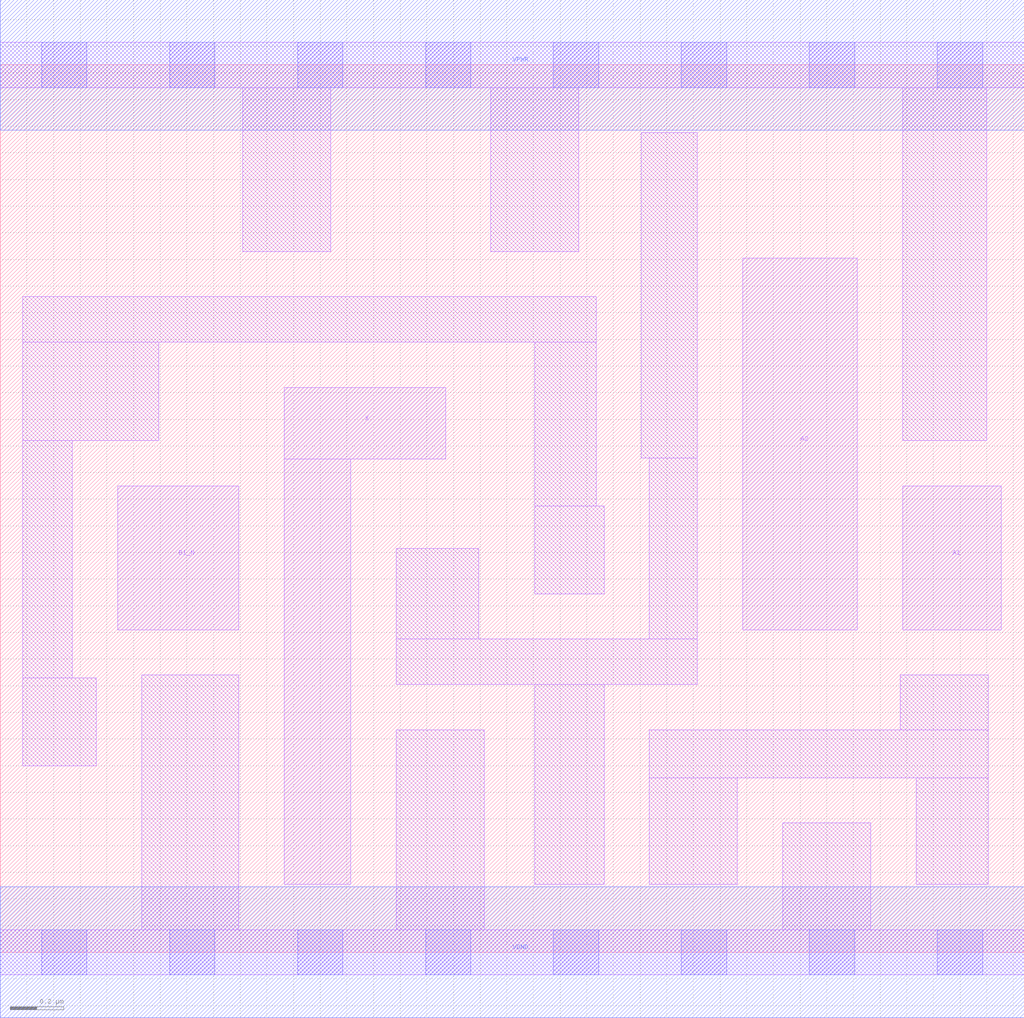
<source format=lef>
# Copyright 2020 The SkyWater PDK Authors
#
# Licensed under the Apache License, Version 2.0 (the "License");
# you may not use this file except in compliance with the License.
# You may obtain a copy of the License at
#
#     https://www.apache.org/licenses/LICENSE-2.0
#
# Unless required by applicable law or agreed to in writing, software
# distributed under the License is distributed on an "AS IS" BASIS,
# WITHOUT WARRANTIES OR CONDITIONS OF ANY KIND, either express or implied.
# See the License for the specific language governing permissions and
# limitations under the License.
#
# SPDX-License-Identifier: Apache-2.0

VERSION 5.7 ;
  NAMESCASESENSITIVE ON ;
  NOWIREEXTENSIONATPIN ON ;
  DIVIDERCHAR "/" ;
  BUSBITCHARS "[]" ;
UNITS
  DATABASE MICRONS 200 ;
END UNITS
MACRO sky130_fd_sc_lp__o21ba_2
  CLASS CORE ;
  FOREIGN sky130_fd_sc_lp__o21ba_2 ;
  ORIGIN  0.000000  0.000000 ;
  SIZE  3.840000 BY  3.330000 ;
  SYMMETRY X Y R90 ;
  SITE unit ;
  PIN A1
    ANTENNAGATEAREA  0.315000 ;
    DIRECTION INPUT ;
    USE SIGNAL ;
    PORT
      LAYER li1 ;
        RECT 3.385000 1.210000 3.755000 1.750000 ;
    END
  END A1
  PIN A2
    ANTENNAGATEAREA  0.315000 ;
    DIRECTION INPUT ;
    USE SIGNAL ;
    PORT
      LAYER li1 ;
        RECT 2.785000 1.210000 3.215000 2.605000 ;
    END
  END A2
  PIN B1_N
    ANTENNAGATEAREA  0.126000 ;
    DIRECTION INPUT ;
    USE SIGNAL ;
    PORT
      LAYER li1 ;
        RECT 0.440000 1.210000 0.895000 1.750000 ;
    END
  END B1_N
  PIN X
    ANTENNADIFFAREA  0.588000 ;
    DIRECTION OUTPUT ;
    USE SIGNAL ;
    PORT
      LAYER li1 ;
        RECT 1.065000 0.255000 1.315000 1.850000 ;
        RECT 1.065000 1.850000 1.670000 2.120000 ;
    END
  END X
  PIN VGND
    DIRECTION INOUT ;
    USE GROUND ;
    PORT
      LAYER met1 ;
        RECT 0.000000 -0.245000 3.840000 0.245000 ;
    END
  END VGND
  PIN VPWR
    DIRECTION INOUT ;
    USE POWER ;
    PORT
      LAYER met1 ;
        RECT 0.000000 3.085000 3.840000 3.575000 ;
    END
  END VPWR
  OBS
    LAYER li1 ;
      RECT 0.000000 -0.085000 3.840000 0.085000 ;
      RECT 0.000000  3.245000 3.840000 3.415000 ;
      RECT 0.085000  0.700000 0.360000 1.030000 ;
      RECT 0.085000  1.030000 0.270000 1.920000 ;
      RECT 0.085000  1.920000 0.595000 2.290000 ;
      RECT 0.085000  2.290000 2.235000 2.460000 ;
      RECT 0.530000  0.085000 0.895000 1.040000 ;
      RECT 0.910000  2.630000 1.240000 3.245000 ;
      RECT 1.485000  0.085000 1.815000 0.835000 ;
      RECT 1.485000  1.005000 2.615000 1.175000 ;
      RECT 1.485000  1.175000 1.795000 1.515000 ;
      RECT 1.840000  2.630000 2.170000 3.245000 ;
      RECT 2.005000  0.255000 2.265000 1.005000 ;
      RECT 2.005000  1.345000 2.265000 1.675000 ;
      RECT 2.005000  1.675000 2.235000 2.290000 ;
      RECT 2.405000  1.855000 2.615000 3.075000 ;
      RECT 2.435000  0.255000 2.765000 0.655000 ;
      RECT 2.435000  0.655000 3.705000 0.835000 ;
      RECT 2.435000  1.175000 2.615000 1.855000 ;
      RECT 2.935000  0.085000 3.265000 0.485000 ;
      RECT 3.375000  0.835000 3.705000 1.040000 ;
      RECT 3.385000  1.920000 3.700000 3.245000 ;
      RECT 3.435000  0.255000 3.705000 0.655000 ;
    LAYER mcon ;
      RECT 0.155000 -0.085000 0.325000 0.085000 ;
      RECT 0.155000  3.245000 0.325000 3.415000 ;
      RECT 0.635000 -0.085000 0.805000 0.085000 ;
      RECT 0.635000  3.245000 0.805000 3.415000 ;
      RECT 1.115000 -0.085000 1.285000 0.085000 ;
      RECT 1.115000  3.245000 1.285000 3.415000 ;
      RECT 1.595000 -0.085000 1.765000 0.085000 ;
      RECT 1.595000  3.245000 1.765000 3.415000 ;
      RECT 2.075000 -0.085000 2.245000 0.085000 ;
      RECT 2.075000  3.245000 2.245000 3.415000 ;
      RECT 2.555000 -0.085000 2.725000 0.085000 ;
      RECT 2.555000  3.245000 2.725000 3.415000 ;
      RECT 3.035000 -0.085000 3.205000 0.085000 ;
      RECT 3.035000  3.245000 3.205000 3.415000 ;
      RECT 3.515000 -0.085000 3.685000 0.085000 ;
      RECT 3.515000  3.245000 3.685000 3.415000 ;
  END
END sky130_fd_sc_lp__o21ba_2
END LIBRARY

</source>
